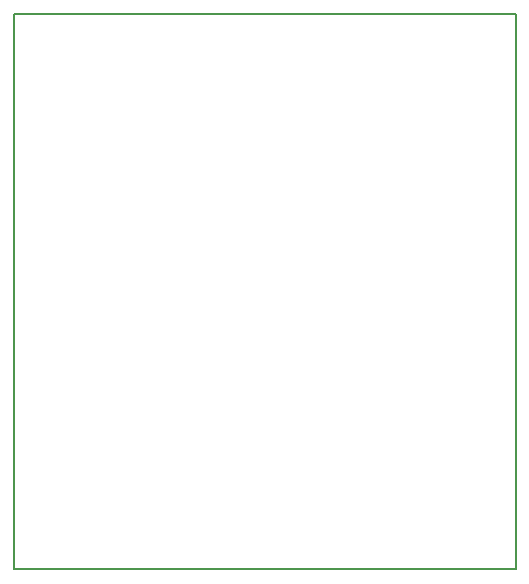
<source format=gbr>
G04 #@! TF.FileFunction,Profile,NP*
%FSLAX46Y46*%
G04 Gerber Fmt 4.6, Leading zero omitted, Abs format (unit mm)*
G04 Created by KiCad (PCBNEW 4.0.2-4+6225~38~ubuntu15.10.1-stable) date Mon 06 Jun 2016 09:20:46 PM EDT*
%MOMM*%
G01*
G04 APERTURE LIST*
%ADD10C,0.100000*%
%ADD11C,0.150000*%
G04 APERTURE END LIST*
D10*
D11*
X118110000Y-91440000D02*
X118110000Y-138430000D01*
X160655000Y-91440000D02*
X118110000Y-91440000D01*
X160655000Y-138430000D02*
X160655000Y-91440000D01*
X118110000Y-138430000D02*
X160655000Y-138430000D01*
M02*

</source>
